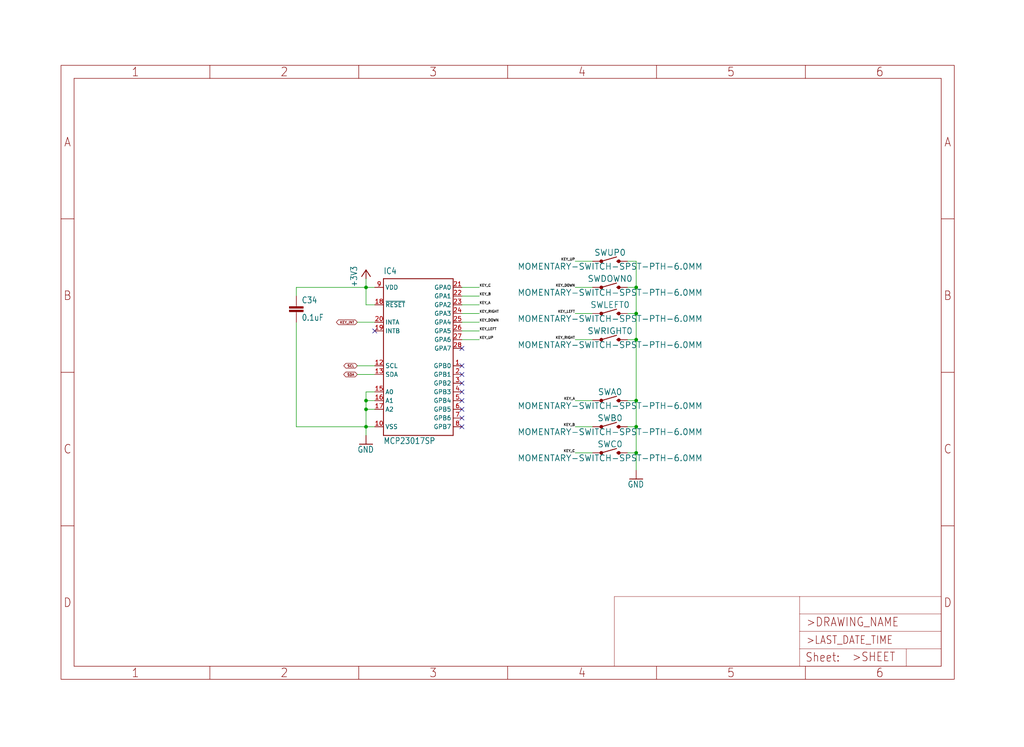
<source format=kicad_sch>
(kicad_sch (version 20230121) (generator eeschema)
  (paper "User" 298.45 217.881)
  (lib_symbols
    (symbol "MegaGRRLDesktop-eagle-import:+3V3" (power)
      (property "Value" "+3V3" (at -2.54 -5.08 90))
      (symbol "+3V3_1_0"
        (polyline (pts (xy 0 0) (xy -1.27 -1.905)) (stroke (width 0.254)))
        (polyline (pts (xy 1.27 -1.905) (xy 0 0)) (stroke (width 0.254)))
        (pin power_in line (at 0 -2.54 90) (length 2.54) (name "+3V3") (number "1"))
      )
    )
    (symbol "MegaGRRLDesktop-eagle-import:A4L-LOC"
      (symbol "A4L-LOC_0_0"
        (polyline (pts (xy 0 44.7675) (xy 3.81 44.7675)))
        (polyline (pts (xy 0 89.535) (xy 3.81 89.535)))
        (polyline (pts (xy 0 134.3025) (xy 3.81 134.3025)))
        (polyline (pts (xy 3.81 3.81) (xy 3.81 175.26)))
        (polyline (pts (xy 43.3917 0) (xy 43.3917 3.81)))
        (polyline (pts (xy 43.3917 175.26) (xy 43.3917 179.07)))
        (polyline (pts (xy 86.7833 0) (xy 86.7833 3.81)))
        (polyline (pts (xy 86.7833 175.26) (xy 86.7833 179.07)))
        (polyline (pts (xy 130.175 0) (xy 130.175 3.81)))
        (polyline (pts (xy 130.175 175.26) (xy 130.175 179.07)))
        (polyline (pts (xy 173.5667 0) (xy 173.5667 3.81)))
        (polyline (pts (xy 173.5667 175.26) (xy 173.5667 179.07)))
        (polyline (pts (xy 216.9583 0) (xy 216.9583 3.81)))
        (polyline (pts (xy 216.9583 175.26) (xy 216.9583 179.07)))
        (polyline (pts (xy 256.54 3.81) (xy 3.81 3.81)))
        (polyline (pts (xy 256.54 3.81) (xy 256.54 175.26)))
        (polyline (pts (xy 256.54 44.7675) (xy 260.35 44.7675)))
        (polyline (pts (xy 256.54 89.535) (xy 260.35 89.535)))
        (polyline (pts (xy 256.54 134.3025) (xy 260.35 134.3025)))
        (polyline (pts (xy 256.54 175.26) (xy 3.81 175.26)))
        (polyline (pts (xy 0 0) (xy 260.35 0) (xy 260.35 179.07) (xy 0 179.07) (xy 0 0)))
        (text "1" (at 21.6958 1.905 0) (effects (font (size 2.54 2.286))))
        (text "1" (at 21.6958 177.165 0) (effects (font (size 2.54 2.286))))
        (text "2" (at 65.0875 1.905 0) (effects (font (size 2.54 2.286))))
        (text "2" (at 65.0875 177.165 0) (effects (font (size 2.54 2.286))))
        (text "3" (at 108.4792 1.905 0) (effects (font (size 2.54 2.286))))
        (text "3" (at 108.4792 177.165 0) (effects (font (size 2.54 2.286))))
        (text "4" (at 151.8708 1.905 0) (effects (font (size 2.54 2.286))))
        (text "4" (at 151.8708 177.165 0) (effects (font (size 2.54 2.286))))
        (text "5" (at 195.2625 1.905 0) (effects (font (size 2.54 2.286))))
        (text "5" (at 195.2625 177.165 0) (effects (font (size 2.54 2.286))))
        (text "6" (at 238.6542 1.905 0) (effects (font (size 2.54 2.286))))
        (text "6" (at 238.6542 177.165 0) (effects (font (size 2.54 2.286))))
        (text "A" (at 1.905 156.6863 0) (effects (font (size 2.54 2.286))))
        (text "A" (at 258.445 156.6863 0) (effects (font (size 2.54 2.286))))
        (text "B" (at 1.905 111.9188 0) (effects (font (size 2.54 2.286))))
        (text "B" (at 258.445 111.9188 0) (effects (font (size 2.54 2.286))))
        (text "C" (at 1.905 67.1513 0) (effects (font (size 2.54 2.286))))
        (text "C" (at 258.445 67.1513 0) (effects (font (size 2.54 2.286))))
        (text "D" (at 1.905 22.3838 0) (effects (font (size 2.54 2.286))))
        (text "D" (at 258.445 22.3838 0) (effects (font (size 2.54 2.286))))
      )
      (symbol "A4L-LOC_1_0"
        (polyline (pts (xy 161.29 3.81) (xy 161.29 24.13)) (stroke (width 0.1016)))
        (polyline (pts (xy 161.29 24.13) (xy 215.265 24.13)) (stroke (width 0.1016)))
        (polyline (pts (xy 215.265 8.89) (xy 215.265 3.81)) (stroke (width 0.1016)))
        (polyline (pts (xy 215.265 8.89) (xy 215.265 13.97)) (stroke (width 0.1016)))
        (polyline (pts (xy 215.265 13.97) (xy 215.265 19.05)) (stroke (width 0.1016)))
        (polyline (pts (xy 215.265 13.97) (xy 256.54 13.97)) (stroke (width 0.1016)))
        (polyline (pts (xy 215.265 19.05) (xy 215.265 24.13)) (stroke (width 0.1016)))
        (polyline (pts (xy 215.265 19.05) (xy 256.54 19.05)) (stroke (width 0.1016)))
        (polyline (pts (xy 215.265 24.13) (xy 256.54 24.13)) (stroke (width 0.1016)))
        (polyline (pts (xy 246.38 3.81) (xy 246.38 8.89)) (stroke (width 0.1016)))
        (polyline (pts (xy 246.38 8.89) (xy 215.265 8.89)) (stroke (width 0.1016)))
        (polyline (pts (xy 246.38 8.89) (xy 256.54 8.89)) (stroke (width 0.1016)))
        (polyline (pts (xy 256.54 3.81) (xy 256.54 8.89)) (stroke (width 0.1016)))
        (polyline (pts (xy 256.54 8.89) (xy 256.54 13.97)) (stroke (width 0.1016)))
        (polyline (pts (xy 256.54 13.97) (xy 256.54 19.05)) (stroke (width 0.1016)))
        (polyline (pts (xy 256.54 19.05) (xy 256.54 24.13)) (stroke (width 0.1016)))
        (text ">DRAWING_NAME" (at 217.17 15.24 0) (effects (font (size 2.54 2.159)) (justify left bottom)))
        (text ">LAST_DATE_TIME" (at 217.17 10.16 0) (effects (font (size 2.286 1.9431)) (justify left bottom)))
        (text ">SHEET" (at 230.505 5.08 0) (effects (font (size 2.54 2.159)) (justify left bottom)))
        (text "Sheet:" (at 216.916 4.953 0) (effects (font (size 2.54 2.159)) (justify left bottom)))
      )
    )
    (symbol "MegaGRRLDesktop-eagle-import:C-EU025-024X044"
      (property "Reference" "C" (at 1.524 0.381 0))
      (property "Value" "C-EU025-024X044" (at 1.524 -4.699 0))
      (symbol "C-EU025-024X044_1_0"
        (rectangle (start -2.032 -2.032) (end 2.032 -1.524) (fill (type outline)))
        (rectangle (start -2.032 -1.016) (end 2.032 -0.508) (fill (type outline)))
        (polyline (pts (xy 0 -2.54) (xy 0 -2.032)) (stroke (width 0.1524)))
        (polyline (pts (xy 0 0) (xy 0 -0.508)) (stroke (width 0.1524)))
        (pin passive line (at 0 2.54 270) (length 2.54) (name "1") (number "1"))
        (pin passive line (at 0 -5.08 90) (length 2.54) (name "2") (number "2"))
      )
    )
    (symbol "MegaGRRLDesktop-eagle-import:GND" (power)
      (property "Value" "GND" (at -2.54 -2.54 0))
      (symbol "GND_1_0"
        (polyline (pts (xy -1.905 0) (xy 1.905 0)) (stroke (width 0.254)))
        (pin power_in line (at 0 2.54 270) (length 2.54) (name "GND") (number "1"))
      )
    )
    (symbol "MegaGRRLDesktop-eagle-import:MCP23017SP"
      (property "Reference" "IC" (at -10.16 24.13 0))
      (property "Value" "MCP23017SP" (at -10.16 -25.4 0))
      (symbol "MCP23017SP_1_0"
        (polyline (pts (xy -10.16 -22.86) (xy -10.16 22.86)) (stroke (width 0.254)))
        (polyline (pts (xy -10.16 22.86) (xy 10.16 22.86)) (stroke (width 0.254)))
        (polyline (pts (xy 10.16 -22.86) (xy -10.16 -22.86)) (stroke (width 0.254)))
        (polyline (pts (xy 10.16 22.86) (xy 10.16 -22.86)) (stroke (width 0.254)))
        (pin bidirectional line (at 12.7 -2.54 180) (length 2.54) (name "GPB0") (number "1"))
        (pin power_in line (at -12.7 -20.32 0) (length 2.54) (name "VSS") (number "10"))
        (pin input line (at -12.7 -2.54 0) (length 2.54) (name "SCL") (number "12"))
        (pin bidirectional line (at -12.7 -5.08 0) (length 2.54) (name "SDA") (number "13"))
        (pin input line (at -12.7 -10.16 0) (length 2.54) (name "A0") (number "15"))
        (pin input line (at -12.7 -12.7 0) (length 2.54) (name "A1") (number "16"))
        (pin input line (at -12.7 -15.24 0) (length 2.54) (name "A2") (number "17"))
        (pin input line (at -12.7 15.24 0) (length 2.54) (name "~{RESET}") (number "18"))
        (pin output line (at -12.7 7.62 0) (length 2.54) (name "INTB") (number "19"))
        (pin bidirectional line (at 12.7 -5.08 180) (length 2.54) (name "GPB1") (number "2"))
        (pin output line (at -12.7 10.16 0) (length 2.54) (name "INTA") (number "20"))
        (pin bidirectional line (at 12.7 20.32 180) (length 2.54) (name "GPA0") (number "21"))
        (pin bidirectional line (at 12.7 17.78 180) (length 2.54) (name "GPA1") (number "22"))
        (pin bidirectional line (at 12.7 15.24 180) (length 2.54) (name "GPA2") (number "23"))
        (pin bidirectional line (at 12.7 12.7 180) (length 2.54) (name "GPA3") (number "24"))
        (pin bidirectional line (at 12.7 10.16 180) (length 2.54) (name "GPA4") (number "25"))
        (pin bidirectional line (at 12.7 7.62 180) (length 2.54) (name "GPA5") (number "26"))
        (pin bidirectional line (at 12.7 5.08 180) (length 2.54) (name "GPA6") (number "27"))
        (pin bidirectional line (at 12.7 2.54 180) (length 2.54) (name "GPA7") (number "28"))
        (pin bidirectional line (at 12.7 -7.62 180) (length 2.54) (name "GPB2") (number "3"))
        (pin bidirectional line (at 12.7 -10.16 180) (length 2.54) (name "GPB3") (number "4"))
        (pin bidirectional line (at 12.7 -12.7 180) (length 2.54) (name "GPB4") (number "5"))
        (pin bidirectional line (at 12.7 -15.24 180) (length 2.54) (name "GPB5") (number "6"))
        (pin bidirectional line (at 12.7 -17.78 180) (length 2.54) (name "GPB6") (number "7"))
        (pin bidirectional line (at 12.7 -20.32 180) (length 2.54) (name "GPB7") (number "8"))
        (pin power_in line (at -12.7 20.32 0) (length 2.54) (name "VDD") (number "9"))
      )
    )
    (symbol "MegaGRRLDesktop-eagle-import:MOMENTARY-SWITCH-SPST-PTH-6.0MM"
      (property "Reference" "S" (at 0 1.524 0))
      (property "Value" "MOMENTARY-SWITCH-SPST-PTH-6.0MM" (at 0 -0.508 0))
      (symbol "MOMENTARY-SWITCH-SPST-PTH-6.0MM_1_0"
        (circle (center -2.54 0) (radius 0.127) (stroke (width 0.4064)))
        (polyline (pts (xy -2.54 0) (xy 1.905 1.27)) (stroke (width 0.254)))
        (polyline (pts (xy 1.905 0) (xy 2.54 0)) (stroke (width 0.254)))
        (circle (center 2.54 0) (radius 0.127) (stroke (width 0.4064)))
        (pin passive line (at -5.08 0 0) (length 2.54) (name "1") (number "1"))
        (pin passive line (at 5.08 0 180) (length 2.54) (name "2") (number "3"))
      )
    )
  )
  (junction (at 185.42 91.44))
  (junction (at 185.42 124.46))
  (junction (at 106.68 119.38))
  (junction (at 106.68 124.46))
  (junction (at 185.42 99.06))
  (junction (at 185.42 116.84))
  (junction (at 185.42 132.08))
  (junction (at 106.68 83.82))
  (junction (at 185.42 83.82))
  (junction (at 106.68 116.84))
  (no_connect (at 134.62 101.6))
  (no_connect (at 134.62 106.68))
  (no_connect (at 134.62 109.22))
  (no_connect (at 134.62 119.38))
  (no_connect (at 134.62 121.92))
  (no_connect (at 134.62 111.76))
  (no_connect (at 134.62 114.3))
  (no_connect (at 134.62 116.84))
  (no_connect (at 134.62 124.46))
  (no_connect (at 109.22 96.52))
  (wire (pts (xy 134.62 96.52) (xy 139.7 96.52)))
  (wire (pts (xy 86.36 124.46) (xy 106.68 124.46)))
  (wire (pts (xy 185.42 99.06) (xy 185.42 116.84)))
  (wire (pts (xy 134.62 99.06) (xy 139.7 99.06)))
  (wire (pts (xy 172.72 91.44) (xy 167.64 91.44)))
  (wire (pts (xy 172.72 76.2) (xy 167.64 76.2)))
  (wire (pts (xy 109.22 116.84) (xy 106.68 116.84)))
  (wire (pts (xy 185.42 116.84) (xy 185.42 124.46)))
  (wire (pts (xy 109.22 114.3) (xy 106.68 114.3)))
  (wire (pts (xy 182.88 76.2) (xy 185.42 76.2)))
  (wire (pts (xy 172.72 83.82) (xy 167.64 83.82)))
  (wire (pts (xy 109.22 109.22) (xy 104.14 109.22)))
  (wire (pts (xy 86.36 83.82) (xy 86.36 86.36)))
  (wire (pts (xy 106.68 88.9) (xy 106.68 83.82)))
  (wire (pts (xy 182.88 91.44) (xy 185.42 91.44)))
  (wire (pts (xy 106.68 124.46) (xy 106.68 127)))
  (wire (pts (xy 182.88 124.46) (xy 185.42 124.46)))
  (wire (pts (xy 172.72 116.84) (xy 167.64 116.84)))
  (wire (pts (xy 185.42 124.46) (xy 185.42 132.08)))
  (wire (pts (xy 109.22 93.98) (xy 104.14 93.98)))
  (wire (pts (xy 172.72 99.06) (xy 167.64 99.06)))
  (wire (pts (xy 185.42 132.08) (xy 185.42 137.16)))
  (wire (pts (xy 109.22 106.68) (xy 104.14 106.68)))
  (wire (pts (xy 106.68 83.82) (xy 86.36 83.82)))
  (wire (pts (xy 109.22 119.38) (xy 106.68 119.38)))
  (wire (pts (xy 182.88 132.08) (xy 185.42 132.08)))
  (wire (pts (xy 106.68 119.38) (xy 106.68 124.46)))
  (wire (pts (xy 185.42 83.82) (xy 185.42 91.44)))
  (wire (pts (xy 134.62 83.82) (xy 139.7 83.82)))
  (wire (pts (xy 182.88 83.82) (xy 185.42 83.82)))
  (wire (pts (xy 86.36 93.98) (xy 86.36 124.46)))
  (wire (pts (xy 172.72 132.08) (xy 167.64 132.08)))
  (wire (pts (xy 185.42 91.44) (xy 185.42 99.06)))
  (wire (pts (xy 172.72 124.46) (xy 167.64 124.46)))
  (wire (pts (xy 109.22 88.9) (xy 106.68 88.9)))
  (wire (pts (xy 109.22 83.82) (xy 106.68 83.82)))
  (wire (pts (xy 185.42 76.2) (xy 185.42 83.82)))
  (wire (pts (xy 182.88 116.84) (xy 185.42 116.84)))
  (wire (pts (xy 109.22 124.46) (xy 106.68 124.46)))
  (wire (pts (xy 134.62 86.36) (xy 139.7 86.36)))
  (wire (pts (xy 134.62 88.9) (xy 139.7 88.9)))
  (wire (pts (xy 106.68 116.84) (xy 106.68 119.38)))
  (wire (pts (xy 182.88 99.06) (xy 185.42 99.06)))
  (wire (pts (xy 106.68 114.3) (xy 106.68 116.84)))
  (wire (pts (xy 106.68 83.82) (xy 106.68 81.28)))
  (wire (pts (xy 134.62 93.98) (xy 139.7 93.98)))
  (wire (pts (xy 134.62 91.44) (xy 139.7 91.44)))
  (label "KEY_B" (at 167.64 124.46 180) (effects (font (size 0.7112 0.7112))))
  (label "KEY_UP" (at 167.64 76.2 180) (effects (font (size 0.7112 0.7112))))
  (label "KEY_DOWN" (at 139.7 93.98 0) (effects (font (size 0.7112 0.7112))))
  (label "KEY_LEFT" (at 167.64 91.44 180) (effects (font (size 0.7112 0.7112))))
  (label "KEY_C" (at 167.64 132.08 180) (effects (font (size 0.7112 0.7112))))
  (label "KEY_A" (at 139.7 88.9 0) (effects (font (size 0.7112 0.7112))))
  (label "KEY_RIGHT" (at 139.7 91.44 0) (effects (font (size 0.7112 0.7112))))
  (label "KEY_DOWN" (at 167.64 83.82 180) (effects (font (size 0.7112 0.7112))))
  (label "KEY_A" (at 167.64 116.84 180) (effects (font (size 0.7112 0.7112))))
  (label "KEY_LEFT" (at 139.7 96.52 0) (effects (font (size 0.7112 0.7112))))
  (label "KEY_C" (at 139.7 83.82 0) (effects (font (size 0.7112 0.7112))))
  (label "KEY_B" (at 139.7 86.36 0) (effects (font (size 0.7112 0.7112))))
  (label "KEY_RIGHT" (at 167.64 99.06 180) (effects (font (size 0.7112 0.7112))))
  (label "KEY_UP" (at 139.7 99.06 0) (effects (font (size 0.7112 0.7112))))
  (global_label "KEY_INT" (shape bidirectional) (at 104.14 93.98 180) (effects (font (size 0.7112 0.7112))) (property "Intersheetrefs" "${INTERSHEET_REFS}" (effects hide)))
  (global_label "SDA" (shape bidirectional) (at 104.14 109.22 180) (effects (font (size 0.7112 0.7112))) (property "Intersheetrefs" "${INTERSHEET_REFS}" (effects hide)))
  (global_label "SCL" (shape bidirectional) (at 104.14 106.68 180) (effects (font (size 0.7112 0.7112))) (property "Intersheetrefs" "${INTERSHEET_REFS}" (effects hide)))
  (symbol (lib_id "MegaGRRLDesktop-eagle-import:GND") (at 185.42 139.7 0) (unit 1)
    (property "Reference" "#GND026" (effects hide))
    (property "Value" "GND" (at 182.88 142.24 0) (effects (font (size 1.778 1.5113)) (justify left bottom)))
    (property "Footprint" "MegaGRRLDesktop:" (effects hide))
  )
  (symbol (lib_id "MegaGRRLDesktop-eagle-import:A4L-LOC") (at 17.78 198.12 0) (unit 1)
    (property "Reference" "#FRAME5" (effects hide))
    (property "Value" "A4L-LOC" (effects hide))
    (property "Footprint" "MegaGRRLDesktop:" (effects hide))
  )
  (symbol (lib_id "MegaGRRLDesktop-eagle-import:MOMENTARY-SWITCH-SPST-PTH-6.0MM") (at 177.8 116.84 0) (unit 1)
    (property "Reference" "SWA0" (at 177.8 115.316 0) (effects (font (size 1.778 1.778)) (justify bottom)))
    (property "Value" "MOMENTARY-SWITCH-SPST-PTH-6.0MM" (at 177.8 117.348 0) (effects (font (size 1.778 1.778)) (justify top)))
    (property "Footprint" "MegaGRRLDesktop:TACTILE_SWITCH_PTH_6.0MM" (effects hide))
  )
  (symbol (lib_id "MegaGRRLDesktop-eagle-import:+3V3") (at 106.68 78.74 0) (unit 1)
    (property "Reference" "#+3V02" (effects hide))
    (property "Value" "+3V3" (at 104.14 83.82 90) (effects (font (size 1.778 1.5113)) (justify left bottom)))
    (property "Footprint" "MegaGRRLDesktop:" (effects hide))
  )
  (symbol (lib_id "MegaGRRLDesktop-eagle-import:MOMENTARY-SWITCH-SPST-PTH-6.0MM") (at 177.8 99.06 0) (unit 1)
    (property "Reference" "SWRIGHT0" (at 177.8 97.536 0) (effects (font (size 1.778 1.778)) (justify bottom)))
    (property "Value" "MOMENTARY-SWITCH-SPST-PTH-6.0MM" (at 177.8 99.568 0) (effects (font (size 1.778 1.778)) (justify top)))
    (property "Footprint" "MegaGRRLDesktop:TACTILE_SWITCH_PTH_6.0MM" (effects hide))
  )
  (symbol (lib_id "MegaGRRLDesktop-eagle-import:MOMENTARY-SWITCH-SPST-PTH-6.0MM") (at 177.8 76.2 0) (unit 1)
    (property "Reference" "SWUP0" (at 177.8 74.676 0) (effects (font (size 1.778 1.778)) (justify bottom)))
    (property "Value" "MOMENTARY-SWITCH-SPST-PTH-6.0MM" (at 177.8 76.708 0) (effects (font (size 1.778 1.778)) (justify top)))
    (property "Footprint" "MegaGRRLDesktop:TACTILE_SWITCH_PTH_6.0MM" (effects hide))
  )
  (symbol (lib_id "MegaGRRLDesktop-eagle-import:MOMENTARY-SWITCH-SPST-PTH-6.0MM") (at 177.8 91.44 0) (unit 1)
    (property "Reference" "SWLEFT0" (at 177.8 89.916 0) (effects (font (size 1.778 1.778)) (justify bottom)))
    (property "Value" "MOMENTARY-SWITCH-SPST-PTH-6.0MM" (at 177.8 91.948 0) (effects (font (size 1.778 1.778)) (justify top)))
    (property "Footprint" "MegaGRRLDesktop:TACTILE_SWITCH_PTH_6.0MM" (effects hide))
  )
  (symbol (lib_id "MegaGRRLDesktop-eagle-import:MOMENTARY-SWITCH-SPST-PTH-6.0MM") (at 177.8 132.08 0) (unit 1)
    (property "Reference" "SWC0" (at 177.8 130.556 0) (effects (font (size 1.778 1.778)) (justify bottom)))
    (property "Value" "MOMENTARY-SWITCH-SPST-PTH-6.0MM" (at 177.8 132.588 0) (effects (font (size 1.778 1.778)) (justify top)))
    (property "Footprint" "MegaGRRLDesktop:TACTILE_SWITCH_PTH_6.0MM" (effects hide))
  )
  (symbol (lib_id "MegaGRRLDesktop-eagle-import:MOMENTARY-SWITCH-SPST-PTH-6.0MM") (at 177.8 124.46 0) (unit 1)
    (property "Reference" "SWB0" (at 177.8 122.936 0) (effects (font (size 1.778 1.778)) (justify bottom)))
    (property "Value" "MOMENTARY-SWITCH-SPST-PTH-6.0MM" (at 177.8 124.968 0) (effects (font (size 1.778 1.778)) (justify top)))
    (property "Footprint" "MegaGRRLDesktop:TACTILE_SWITCH_PTH_6.0MM" (effects hide))
  )
  (symbol (lib_id "MegaGRRLDesktop-eagle-import:MOMENTARY-SWITCH-SPST-PTH-6.0MM") (at 177.8 83.82 0) (unit 1)
    (property "Reference" "SWDOWN0" (at 177.8 82.296 0) (effects (font (size 1.778 1.778)) (justify bottom)))
    (property "Value" "MOMENTARY-SWITCH-SPST-PTH-6.0MM" (at 177.8 84.328 0) (effects (font (size 1.778 1.778)) (justify top)))
    (property "Footprint" "MegaGRRLDesktop:TACTILE_SWITCH_PTH_6.0MM" (effects hide))
  )
  (symbol (lib_id "MegaGRRLDesktop-eagle-import:C-EU025-024X044") (at 86.36 88.9 0) (unit 1)
    (property "Reference" "C34" (at 87.884 88.519 0) (effects (font (size 1.778 1.5113)) (justify left bottom)))
    (property "Value" "0.1uF" (at 87.884 93.599 0) (effects (font (size 1.778 1.5113)) (justify left bottom)))
    (property "Footprint" "MegaGRRLDesktop:C025-024X044" (effects hide))
  )
  (symbol (lib_id "MegaGRRLDesktop-eagle-import:GND") (at 106.68 129.54 0) (unit 1)
    (property "Reference" "#GND07" (effects hide))
    (property "Value" "GND" (at 104.14 132.08 0) (effects (font (size 1.778 1.5113)) (justify left bottom)))
    (property "Footprint" "MegaGRRLDesktop:" (effects hide))
  )
  (symbol (lib_id "MegaGRRLDesktop-eagle-import:MCP23017SP") (at 121.92 104.14 0) (unit 1)
    (property "Reference" "IC4" (at 111.76 80.01 0) (effects (font (size 1.778 1.5113)) (justify left bottom)))
    (property "Value" "MCP23017SP" (at 111.76 129.54 0) (effects (font (size 1.778 1.5113)) (justify left bottom)))
    (property "Footprint" "MegaGRRLDesktop:DIL28-3" (effects hide))
  )
)
</source>
